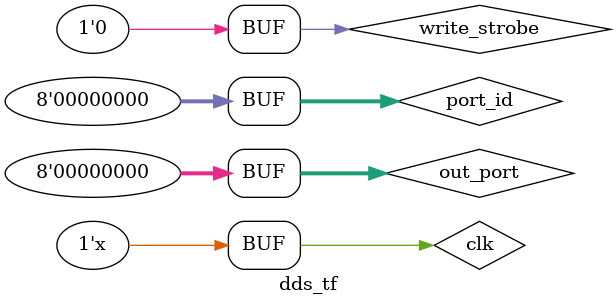
<source format=v>
`timescale 1ns / 1ps


module dds_tf;

	// Inputs
	reg clk;
	reg [7:0] port_id;
	reg [7:0] out_port;
	reg write_strobe;

	// Outputs
	wire FSYNC;
	wire SCLK;
	wire SDATA;

	// Instantiate the Unit Under Test (UUT)
	dds uut (
		.clk(clk), 
		.FSYNC(FSYNC), 
		.SCLK(SCLK), 
		.SDATA(SDATA), 
		.port_id(port_id), 
		.out_port(out_port), 
		.write_strobe(write_strobe)
	);

	initial begin
		// Initialize Inputs
		clk = 0;
		port_id = 0;
		out_port = 0;
		write_strobe = 0;

		// Wait 100 ns for global reset to finish
		#1;
        
		// Add stimulus here

	end
	
always 
begin
  #1 clk = !clk;
end	
      
endmodule


</source>
